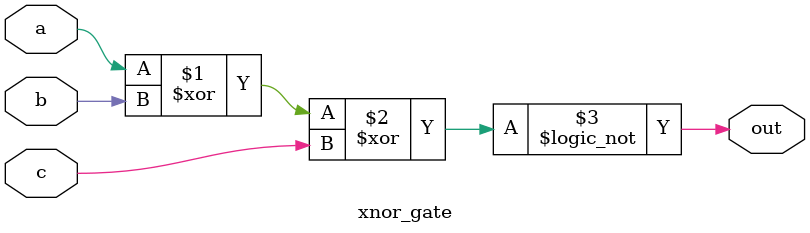
<source format=v>
module xnor_gate(
    input a,
    input b,
    input c,
    output out
);

assign out = ! (a ^ b ^ c);

endmodule
</source>
